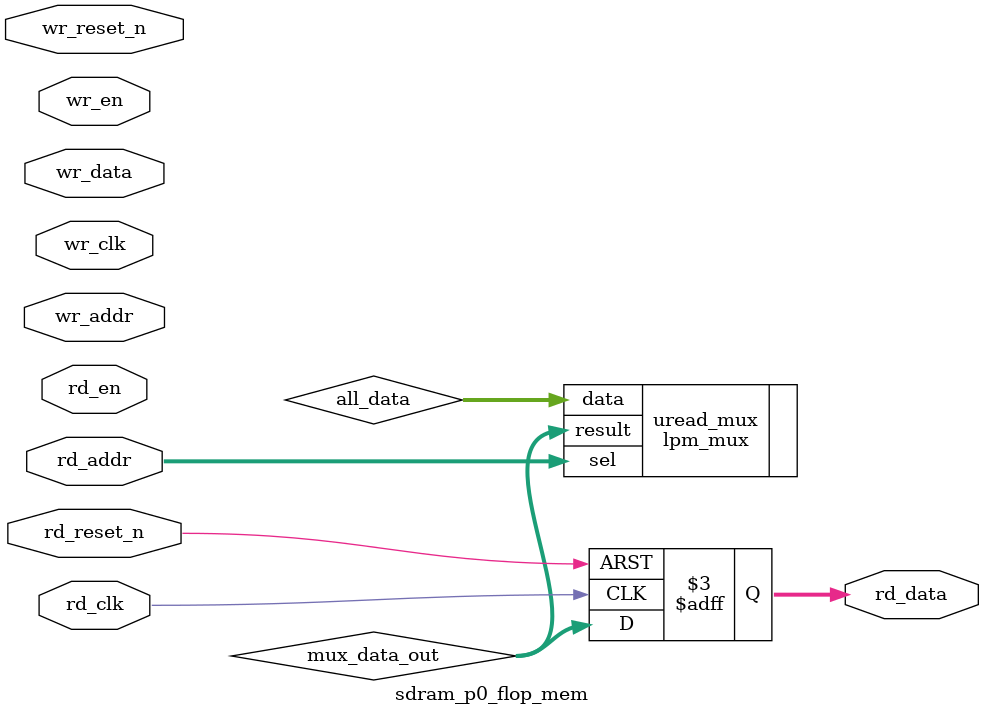
<source format=v>



`timescale 1 ps / 1 ps

(* altera_attribute = "-name ALLOW_SYNCH_CTRL_USAGE ON;-name AUTO_CLOCK_ENABLE_RECOGNITION ON" *)
module sdram_p0_flop_mem(
	wr_reset_n,
	wr_clk,
	wr_en,
	wr_addr,
	wr_data,
	rd_reset_n,
	rd_clk,
	rd_en,
	rd_addr,
	rd_data
);

parameter WRITE_MEM_DEPTH	= "";
parameter WRITE_ADDR_WIDTH	= "";
parameter WRITE_DATA_WIDTH	= "";
parameter READ_MEM_DEPTH	= "";
parameter READ_ADDR_WIDTH	= "";		 
parameter READ_DATA_WIDTH	= "";


input	wr_reset_n;
input	wr_clk;
input	wr_en;
input	[WRITE_ADDR_WIDTH-1:0] wr_addr;
input	[WRITE_DATA_WIDTH-1:0] wr_data;
input	rd_reset_n;
input	rd_clk;
input	rd_en;
input	[READ_ADDR_WIDTH-1:0] rd_addr;
output	[READ_DATA_WIDTH-1:0] rd_data;



wire	[WRITE_DATA_WIDTH*WRITE_MEM_DEPTH-1:0] all_data;
wire	[READ_DATA_WIDTH-1:0] mux_data_out;



// declare a memory with WRITE_MEM_DEPTH entries
// each entry contains a data size of WRITE_DATA_WIDTH
reg	[WRITE_DATA_WIDTH-1:0] data_stored [0:WRITE_MEM_DEPTH-1] /* synthesis syn_preserve = 1 */;
reg	[READ_DATA_WIDTH-1:0] rd_data;

generate
genvar entry;
	for (entry=0; entry < WRITE_MEM_DEPTH; entry=entry+1)
	begin: mem_location
		assign all_data[(WRITE_DATA_WIDTH*(entry+1)-1) : (WRITE_DATA_WIDTH*entry)] = data_stored[entry]; 
		
		always @(posedge wr_clk or negedge wr_reset_n)
		begin
			if (~wr_reset_n) begin
				data_stored[entry] <= {WRITE_DATA_WIDTH{1'b0}};
			end else begin
				if (wr_en) begin
					if (entry == wr_addr) begin
						data_stored[entry] <= wr_data;
					end
				end
			end
		end		
	end
endgenerate

// mux to select the correct output data based on read address
lpm_mux	uread_mux(
	.sel (rd_addr),
	.data (all_data),
	.result (mux_data_out)
	// synopsys translate_off
	,
	.aclr (),
	.clken (),
	.clock ()
	// synopsys translate_on
	);
 defparam uread_mux.lpm_size = READ_MEM_DEPTH;
 defparam uread_mux.lpm_type = "LPM_MUX";
 defparam uread_mux.lpm_width = READ_DATA_WIDTH;
 defparam uread_mux.lpm_widths = READ_ADDR_WIDTH;

always @(posedge rd_clk or negedge rd_reset_n)	
begin
	if (~rd_reset_n) begin
		rd_data <= {READ_DATA_WIDTH{1'b0}};
	end else begin
		rd_data <= mux_data_out;
	end
end

endmodule

</source>
